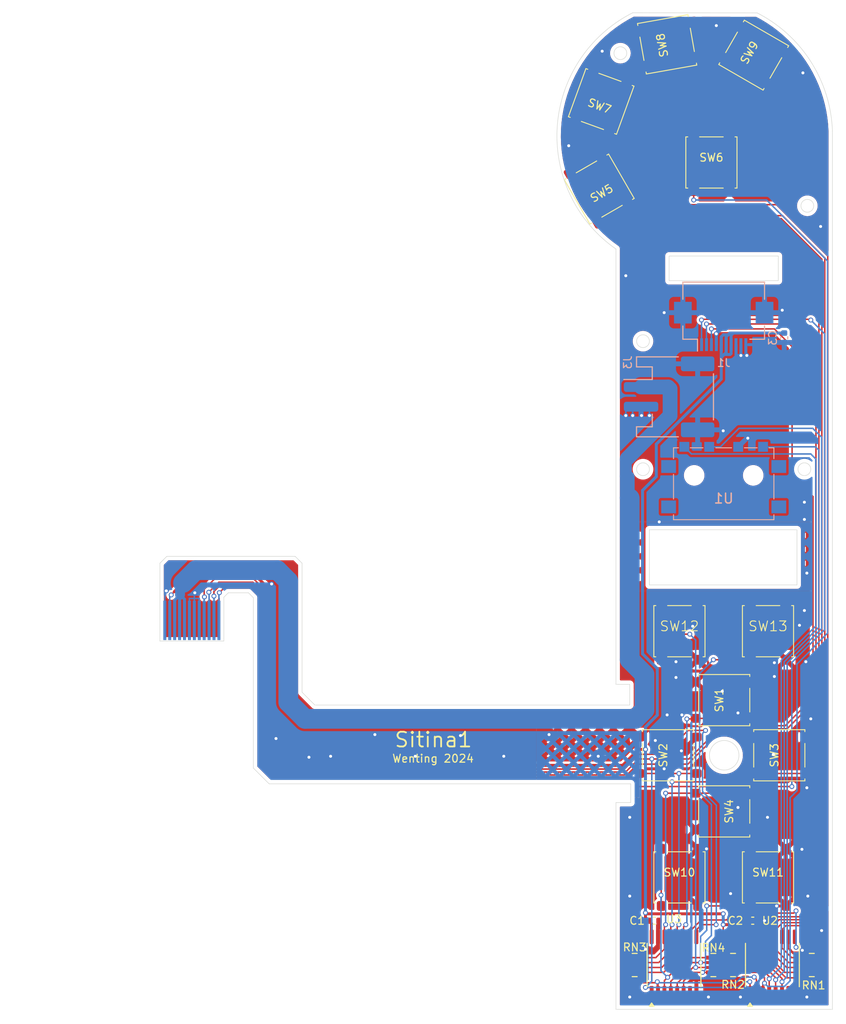
<source format=kicad_pcb>
(kicad_pcb (version 20240108) (generator "pcbnew") (generator_version "8.0")
  (title_block (title "Sitina 1 Grip Flex") (date "2024-08-04") (rev "R0.11") (company "Copyright 2024 Wenting Zhang"))
  (layers (0 "F.Cu" signal) (31 "B.Cu" signal) (34 "B.Paste" user) (35 "F.Paste" user) (36 "B.SilkS" user "B.Silkscreen") (37 "F.SilkS" user "F.Silkscreen") (38 "B.Mask" user) (39 "F.Mask" user) (44 "Edge.Cuts" user))
  (net 0 "")
  (net 1 "+3V3")
  (net 2 "GND")
  (net 3 "SPI_CS")
  (net 4 "SPI_SCLK")
  (net 5 "SPI_MOSI")
  (net 6 "SPI_MISO")
  (net 7 "+BATT")
  (net 8 "/KEYMODE")
  (net 9 "/KEYAF")
  (net 10 "/KEYALT")
  (net 11 "/KEYISO")
  (net 12 "/ENCB")
  (net 13 "/ENCA")
  (net 14 "/KEYSHTR")
  (net 15 "/ENCS")
  (net 16 "/KEYUP")
  (net 17 "/KEYLEFT")
  (net 18 "/KEYRIGHT")
  (net 19 "/KEYDOWN")
  (net 21 "Net-(U2-Q7)")
  (net 22 "/KEYPB")
  (net 24 "/KEYFN6")
  (net 25 "/KEYFN5")
  (net 26 "/KEYMENU")
  (footprint "Capacitor_SMD:C_0402_1005Metric" (layer "F.Cu") (at 155.5 154.5)
    (property "Reference" "C1")
    (property "Value" "100nF")
  )
  (footprint "footprints:HX-TS5208A" (layer "F.Cu") (at 150.1 71.3 160)
    (property "Reference" "SW7")
    (property "Value" "~")
  )
  (footprint "Capacitor_SMD:C_0402_1005Metric" (layer "F.Cu") (at 165.5 154.5)
    (property "Reference" "C2")
    (property "Value" "100nF")
  )
  (footprint "footprints:HX-TS5208A" (layer "F.Cu") (at 156.8 65.5 100)
    (property "Reference" "SW8")
    (property "Value" "~")
  )
  (footprint "footprints:HX-TS5208A" (layer "F.Cu") (at 167.05 125.1)
    (property "Reference" "SW13")
    (property "Value" "~")
  )
  (footprint "footprints:HX-TS5208A" (layer "F.Cu") (at 167.05 150.1)
    (property "Reference" "SW11")
    (property "Value" "~")
  )
  (footprint "Resistor_SMD:R_Array_Convex_4x0402" (layer "F.Cu") (at 161.5 159)
    (property "Reference" "RN4")
    (property "Value" "10K")
  )
  (footprint "footprints:HX-TS5208A" (layer "F.Cu") (at 158.05 150.1)
    (property "Reference" "SW10")
    (property "Value" "~")
  )
  (footprint "Resistor_SMD:R_Array_Convex_4x0402" (layer "F.Cu") (at 163.5 159 180)
    (property "Reference" "RN2")
    (property "Value" "10K")
  )
  (footprint "footprints:HX-TS5208A" (layer "F.Cu") (at 158.05 125.1)
    (property "Reference" "SW12")
    (property "Value" "~")
  )
  (footprint "Resistor_SMD:R_Array_Convex_4x0402" (layer "F.Cu") (at 153.5 159 180)
    (property "Reference" "RN3")
    (property "Value" "10K")
  )
  (footprint "Resistor_SMD:R_Array_Convex_4x0402" (layer "F.Cu") (at 171.5 159)
    (property "Reference" "RN1")
    (property "Value" "10K")
  )
  (footprint "footprints:HX-TS5208A" (layer "F.Cu") (at 156.9 137.7 90)
    (property "Reference" "SW2")
    (property "Value" "~")
  )
  (footprint "footprints:HX-TS5208A" (layer "F.Cu") (at 161.3 77.5)
    (property "Reference" "SW6")
    (property "Value" "~")
  )
  (footprint "footprints:HX-TS5208A" (layer "F.Cu") (at 162.6 132.1 90)
    (property "Reference" "SW1")
    (property "Value" "~")
  )
  (footprint "Package_SO:TSSOP-16_4.4x5mm_P0.65mm" (layer "F.Cu") (at 167.5 159 90)
    (property "Reference" "U2")
    (property "Value" "74HC165")
  )
  (footprint "footprints:HX-TS5208A" (layer "F.Cu") (at 149.9 80.2 -150)
    (property "Reference" "SW5")
    (property "Value" "~")
  )
  (footprint "footprints:HX-TS5208A" (layer "F.Cu") (at 162.6 143.4 -90)
    (property "Reference" "SW4")
    (property "Value" "~")
  )
  (footprint "footprints:HX-TS5208A" (layer "F.Cu") (at 168.2 137.7 90)
    (property "Reference" "SW3")
    (property "Value" "~")
  )
  (footprint "Package_SO:TSSOP-16_4.4x5mm_P0.65mm" (layer "F.Cu") (at 157.5 159 90)
    (property "Reference" "U3")
    (property "Value" "74HC165")
  )
  (footprint "footprints:HX-TS5208A" (layer "F.Cu") (at 165.6 66.6 60)
    (property "Reference" "SW9")
    (property "Value" "~")
  )
  (footprint "footprints:FPC_12" (layer "B.Cu") (at 108.5 124 180)
    (property "Reference" "J2" (hide yes))
    (property "Value" "Conn_01x12")
  )
  (footprint "Capacitor_SMD:C_0402_1005Metric" (layer "B.Cu") (at 168.7 95.3 -90)
    (property "Reference" "C3")
    (property "Value" "100nF")
  )
  (footprint "Connector_JST:JST_PH_S2B-PH-SM4-TB_1x02-1MP_P2.00mm_Horizontal" (layer "B.Cu") (at 157 101.3 -90)
    (property "Reference" "J3")
    (property "Value" "Conn_01x02_MountingPin")
  )
  (footprint "Connector_FFC-FPC:Hirose_FH12-10S-0.5SH_1x10-1MP_P0.50mm_Horizontal" (layer "B.Cu") (at 162.55 94.15)
    (property "Reference" "J1")
    (property "Value" "Conn_01x10_MountingPin")
  )
  (footprint "footprints:SIQ-02FVS3_L" (layer "B.Cu") (at 162.55 113.775)
    (property "Reference" "U1")
    (property "Value" "~")
  )
  (gr_line (start 155 114.8) (end 155 120.4) (stroke (width 0.05)) (layer "Edge.Cuts"))
  (gr_line (start 153.1 142.5) (end 153.1 140.6) (stroke (width 0.05)) (layer "Edge.Cuts"))
  (gr_circle (center 170.75 108.65) (end 171.4 108.65) (stroke (width 0.05)) (fill none) (layer "Edge.Cuts"))
  (gr_line (start 114.75 139) (end 116.35 140.6) (stroke (width 0.05)) (layer "Edge.Cuts"))
  (gr_line (start 151.6 163.5) (end 151.6 142.5) (stroke (width 0.05)) (layer "Edge.Cuts"))
  (gr_rect (start 157 87) (end 168.1 89.5) (stroke (width 0.05)) (fill none) (layer "Edge.Cuts"))
  (gr_line (start 105.25 126.1) (end 105.25 118.2) (stroke (width 0.05)) (layer "Edge.Cuts"))
  (gr_line (start 114.75 121.7) (end 114.75 139) (stroke (width 0.05)) (layer "Edge.Cuts"))
  (gr_line (start 105.95 117.5) (end 119 117.5) (stroke (width 0.05)) (layer "Edge.Cuts"))
  (gr_line (start 116.35 140.6) (end 153.1 140.6) (stroke (width 0.05)) (layer "Edge.Cuts"))
  (gr_arc (start 151.6 86.287948) (mid 145.635964 73.810736) (end 153.29947 62.298949) (stroke (width 0.05)) (layer "Edge.Cuts"))
  (gr_line (start 121 132.6) (end 153 132.6) (stroke (width 0.05)) (layer "Edge.Cuts"))
  (gr_line (start 111.75 121.65) (end 112.2 121.2) (stroke (width 0.05)) (layer "Edge.Cuts"))
  (gr_line (start 151.6 142.5) (end 153.1 142.5) (stroke (width 0.05)) (layer "Edge.Cuts"))
  (gr_circle (center 162.6 137.7) (end 164.1 137.7) (stroke (width 0.05)) (fill none) (layer "Edge.Cuts"))
  (gr_line (start 114.25 121.2) (end 114.75 121.7) (stroke (width 0.05)) (layer "Edge.Cuts"))
  (gr_line (start 173.6 163.5) (end 173.6 74.3) (stroke (width 0.05)) (layer "Edge.Cuts"))
  (gr_line (start 153.29947 62.298949) (end 165.945327 62.309198) (stroke (width 0.05)) (layer "Edge.Cuts"))
  (gr_line (start 153 132.6) (end 153 130.5) (stroke (width 0.05)) (layer "Edge.Cuts"))
  (gr_circle (center 154.35 95.65) (end 155 95.65) (stroke (width 0.05)) (fill none) (layer "Edge.Cuts"))
  (gr_line (start 173.6 163.5) (end 151.6 163.5) (stroke (width 0.05)) (layer "Edge.Cuts"))
  (gr_line (start 105.25 118.2) (end 105.95 117.5) (stroke (width 0.05)) (layer "Edge.Cuts"))
  (gr_line (start 112.2 121.2) (end 114.25 121.2) (stroke (width 0.05)) (layer "Edge.Cuts"))
  (gr_arc (start 165.945327 62.309198) (mid 171.407886 67.260708) (end 173.599999 74.3) (stroke (width 0.05)) (layer "Edge.Cuts"))
  (gr_line (start 153 130.5) (end 151.6 130.5) (stroke (width 0.05)) (layer "Edge.Cuts"))
  (gr_circle (center 171.05 81.9) (end 171.7 81.9) (stroke (width 0.05)) (fill none) (layer "Edge.Cuts"))
  (gr_circle (center 152.05 66.4) (end 152.7 66.4) (stroke (width 0.05)) (fill none) (layer "Edge.Cuts"))
  (gr_circle (center 154.35 108.65) (end 155 108.65) (stroke (width 0.05)) (fill none) (layer "Edge.Cuts"))
  (gr_line (start 119 117.5) (end 119.7 118.2) (stroke (width 0.05)) (layer "Edge.Cuts"))
  (gr_line (start 155 120.4) (end 170 120.4) (stroke (width 0.05)) (layer "Edge.Cuts"))
  (gr_line (start 111.75 121.65) (end 111.75 126.1) (stroke (width 0.05)) (layer "Edge.Cuts"))
  (gr_line (start 111.75 126.1) (end 105.25 126.1) (stroke (width 0.05)) (layer "Edge.Cuts"))
  (gr_line (start 151.6 130.5) (end 151.6 86.287948) (stroke (width 0.05)) (layer "Edge.Cuts"))
  (gr_line (start 170 120.4) (end 170 114.8) (stroke (width 0.05)) (layer "Edge.Cuts"))
  (gr_line (start 119.7 131.3) (end 121 132.6) (stroke (width 0.05)) (layer "Edge.Cuts"))
  (gr_line (start 170 114.8) (end 155 114.8) (stroke (width 0.05)) (layer "Edge.Cuts"))
  (gr_line (start 119.7 118.2) (end 119.7 131.3) (stroke (width 0.05)) (layer "Edge.Cuts"))
  (gr_text "Sitina1" (at 129 137 0) (layer "F.SilkS") (effects (font (size 1.5 1.5) (thickness 0.18)) (justify left bottom)))
  (gr_text "Wenting 2024" (at 128.8 138.5 0) (layer "F.SilkS") (effects (font (size 0.8 0.8) (thickness 0.12)) (justify left bottom)))
  (segment (start 153 159.25) (end 153.5 159.25) (width 0.15) (layer "F.Cu") (net 1))
  (segment (start 116.5 138.275126) (end 116.949874 138.725) (width 0.3) (layer "F.Cu") (net 1))
  (segment (start 154.6 154.18) (end 154.1 154.68) (width 0.3) (layer "F.Cu") (net 1))
  (segment (start 165.225 154.705) (end 165.02 154.5) (width 0.3) (layer "F.Cu") (net 1))
  (segment (start 114.974874 119.45) (end 116.5 120.975126) (width 0.3) (layer "F.Cu") (net 1))
  (segment (start 106.400127 121.415177) (end 106.7 121.115304) (width 0.15) (layer "F.Cu") (net 1))
  (segment (start 153.5 159.25) (end 153.5 159.75) (width 0.15) (layer "F.Cu") (net 1))
  (segment (start 163 159.25) (end 162 159.25) (width 0.15) (layer "F.Cu") (net 1))
  (segment (start 153.5 158.75) (end 153.5 159.25) (width 0.15) (layer "F.Cu") (net 1))
  (segment (start 165.225 157.425) (end 165.225 156.1375) (width 0.15) (layer "F.Cu") (net 1))
  (segment (start 172 158.75) (end 171.5 158.75) (width 0.15) (layer "F.Cu") (net 1))
  (segment (start 165.6 157.8) (end 165.225 157.425) (width 0.15) (layer "F.Cu") (net 1))
  (segment (start 152.275 138.725) (end 153.9 137.1) (width 0.3) (layer "F.Cu") (net 1))
  (segment (start 163 159.75) (end 162 159.75) (width 0.15) (layer "F.Cu") (net 1))
  (segment (start 154.7 153.8) (end 162.5 153.8) (width 0.3) (layer "F.Cu") (net 1))
  (segment (start 116.5 120.975126) (end 116.5 138.275126) (width 0.3) (layer "F.Cu") (net 1))
  (segment (start 153.5 157.3) (end 153.5 157.45) (width 0.3) (layer "F.Cu") (net 1))
  (segment (start 171.5 159.75) (end 171.5 159.3) (width 0.15) (layer "F.Cu") (net 1))
  (segment (start 153.5 157.6) (end 153.5 157.75) (width 0.15) (layer "F.Cu") (net 1))
  (segment (start 164.62 154.9) (end 165.02 154.5) (width 0.3) (layer "F.Cu") (net 1))
  (segment (start 154.6 153.7) (end 154.7 153.8) (width 0.3) (layer "F.Cu") (net 1))
  (segment (start 171.5 158.75) (end 171.5 158.25) (width 0.15) (layer "F.Cu") (net 1))
  (segment (start 171.55 159.25) (end 171.5 159.3) (width 0.15) (layer "F.Cu") (net 1))
  (segment (start 172 159.75) (end 171.5 159.75) (width 0.15) (layer "F.Cu") (net 1))
  (segment (start 154.6 153.7) (end 154.6 154.18) (width 0.3) (layer "F.Cu") (net 1))
  (segment (start 155.02 154.6) (end 155.2 154.78) (width 0.3) (layer "F.Cu") (net 1))
  (segment (start 153 158.25) (end 153.5 158.25) (width 0.15) (layer "F.Cu") (net 1))
  (segment (start 165.225 156.1375) (end 165.225 154.705) (width 0.3) (layer "F.Cu") (net 1))
  (segment (start 108.35 119.45) (end 114.974874 119.45) (width 0.3) (layer "F.Cu") (net 1))
  (segment (start 106.7 121.1) (end 108.35 119.45) (width 0.3) (layer "F.Cu") (net 1))
  (segment (start 163 158.75) (end 162 158.75) (width 0.15) (layer "F.Cu") (net 1))
  (segment (start 162.5 154.9) (end 162.5 159.75) (width 0.15) (layer "F.Cu") (net 1))
  (segment (start 171.3 160.3) (end 171.5 160.1) (width 0.15) (layer "F.Cu") (net 1))
  (segment (start 171.5 160.1) (end 171.5 159.75) (width 0.15) (layer "F.Cu") (net 1))
  (segment (start 172 158.25) (end 171.5 158.25) (width 0.15) (layer "F.Cu") (net 1))
  (segment (start 153.9 137.1) (end 154.6 137.1) (width 0.3) (layer "F.Cu") (net 1))
  (segment (start 153.5 157.75) (end 153.5 157.3) (width 0.15) (layer "F.Cu") (net 1))
  (segment (start 155.2 156.275) (end 155.225 156.3) (width 0.3) (layer "F.Cu") (net 1))
  (segment (start 155.2 154.78) (end 155.2 156.275) (width 0.3) (layer "F.Cu") (net 1))
  (segment (start 172 159.25) (end 171.55 159.25) (width 0.15) (layer "F.Cu") (net 1))
  (segment (start 163 158.25) (end 162 158.25) (width 0.15) (layer "F.Cu") (net 1))
  (segment (start 171.15 160.3) (end 168.875736 160.3) (width 0.15) (layer "F.Cu") (net 1))
  (segment (start 153.5 157.3) (end 153.575 157.225) (width 0.15) (layer "F.Cu") (net 1))
  (segment (start 153.5 158.25) (end 153.5 158.75) (width 0.15) (layer "F.Cu") (net 1))
  (segment (start 116.949874 138.725) (end 152.275 138.725) (width 0.3) (layer "F.Cu") (net 1))
  (segment (start 168.875736 160.3) (end 166.375736 157.8) (width 0.15) (layer "F.Cu") (net 1))
  (segment (start 166.375736 157.8) (end 165.6 157.8) (width 0.15) (layer "F.Cu") (net 1))
  (segment (start 171.15 160.3) (end 171.3 160.3) (width 0.15) (layer "F.Cu") (net 1))
  (segment (start 162.5 154.9) (end 164.62 154.9) (width 0.3) (layer "F.Cu") (net 1))
  (segment (start 154.1 156.7) (end 153.575 157.225) (width 0.3) (layer "F.Cu") (net 1))
  (segment (start 106.7 121.115304) (end 106.7 121.1) (width 0.15) (layer "F.Cu") (net 1))
  (segment (start 153.5 159.75) (end 153 159.75) (width 0.15) (layer "F.Cu") (net 1))
  (segment (start 154.6 154.18) (end 155.02 154.6) (width 0.3) (layer "F.Cu") (net 1))
  (segment (start 171.5 159.3) (end 171.5 158.75) (width 0.15) (layer "F.Cu") (net 1))
  (segment (start 153 158.75) (end 153.5 158.75) (width 0.15) (layer "F.Cu") (net 1))
  (segment (start 153.5 157.75) (end 153.5 158.25) (width 0.15) (layer "F.Cu") (net 1))
  (segment (start 154.1 154.68) (end 154.1 156.7) (width 0.3) (layer "F.Cu") (net 1))
  (via (at 154.6 153.7) (size 0.5) (drill 0.3) (layers "F.Cu" "B.Cu") (net 1))
  (via (at 106.400127 121.415177) (size 0.5) (drill 0.3) (layers "F.Cu" "B.Cu") (net 1))
  (via (at 162.5 154.9) (size 0.5) (drill 0.3) (layers "F.Cu" "B.Cu") (net 1))
  (via (at 162.5 153.8) (size 0.5) (drill 0.3) (layers "F.Cu" "B.Cu") (net 1))
  (via (at 154.6 137.1) (size 0.5) (drill 0.3) (layers "F.Cu" "B.Cu") (net 1))
  (segment (start 163.53 94.82) (end 164 94.82) (width 0.3) (layer "B.Cu") (net 1))
  (segment (start 162.8 95.2) (end 162.8 96) (width 0.3) (layer "B.Cu") (net 1))
  (segment (start 162.8 96) (end 162.8 96.8) (width 0.3) (layer "B.Cu") (net 1))
  (segment (start 155.8 128.9) (end 154.3 127.4) (width 0.3) (layer "B.Cu") (net 1))
  (segment (start 154.3 110.8) (end 155.7 109.4) (width 0.3) (layer "B.Cu") (net 1))
  (segment (start 106.25 124) (end 106.25 121.565304) (width 0.15) (layer "B.Cu") (net 1))
  (segment (start 154.6 137.1) (end 154.6 134.818377) (width 0.3) (layer "B.Cu") (net 1))
  (segment (start 155.8 133.618377) (end 155.8 128.9) (width 0.3) (layer "B.Cu") (net 1))
  (segment (start 154.6 134.818377) (end 155.8 133.618377) (width 0.3) (layer "B.Cu") (net 1))
  (segment (start 154.3 127.4) (end 154.3 110.8) (width 0.3) (layer "B.Cu") (net 1))
  (segment (start 163.3 96) (end 163.3 95.05) (width 0.3) (layer "B.Cu") (net 1))
  (segment (start 163.18 94.82) (end 162.8 95.2) (width 0.3) (layer "B.Cu") (net 1))
  (segment (start 106.25 121.565304) (end 106.400127 121.415177) (width 0.15) (layer "B.Cu") (net 1))
  (segment (start 162.6 97) (end 162.3 97.3) (width 0.3) (layer "B.Cu") (net 1))
  (segment (start 162.5 153.8) (end 162.5 154.9) (width 0.3) (layer "B.Cu") (net 1))
  (segment (start 164 94.82) (end 163.18 94.82) (width 0.3) (layer "B.Cu") (net 1))
  (segment (start 162.3 99.5) (end 162.3 97.3) (width 0.3) (layer "B.Cu") (net 1))
  (segment (start 155.7 109.4) (end 155.7 106.1) (width 0.3) (layer "B.Cu") (net 1))
  (segment (start 163.3 96.9) (end 163.2 97) (width 0.3) (layer "B.Cu") (net 1))
  (segment (start 154.6 137.1) (end 154.6 153.7) (width 0.3) (layer "B.Cu") (net 1))
  (segment (start 155.7 106.1) (end 162.3 99.5) (width 0.3) (layer "B.Cu") (net 1))
  (segment (start 162.5 95) (end 163 95) (width 0.3) (layer "B.Cu") (net 1))
  (segment (start 168.7 94.82) (end 164 94.82) (width 0.3) (layer "B.Cu") (net 1))
  (segment (start 163 95) (end 163.18 94.82) (width 0.3) (layer "B.Cu") (net 1))
  (segment (start 162.3 95.2) (end 162.5 95) (width 0.3) (layer "B.Cu") (net 1))
  (segment (start 162.8 96.8) (end 162.6 97) (width 0.3) (layer "B.Cu") (net 1))
  (segment (start 163.3 95.05) (end 163.53 94.82) (width 0.3) (layer "B.Cu") (net 1))
  (segment (start 163.3 96) (end 163.3 96.9) (width 0.3) (layer "B.Cu") (net 1))
  (segment (start 162.3 96) (end 162.3 95.2) (width 0.3) (layer "B.Cu") (net 1))
  (segment (start 162.3 97.3) (end 162.3 96) (width 0.3) (layer "B.Cu") (net 1))
  (segment (start 163.2 97) (end 162.6 97) (width 0.3) (layer "B.Cu") (net 1))
  (segment (start 165.875 154.605) (end 165.98 154.5) (width 0.3) (layer "F.Cu") (net 2))
  (segment (start 159.7 145.25) (end 165.5 145.25) (width 0.3) (layer "F.Cu") (net 2))
  (segment (start 169.5 157.7) (end 170.348018 157.7) (width 0.15) (layer "F.Cu") (net 2))
  (segment (start 146.847853 78.613526) (end 147.5 79.265673) (width 0.15) (layer "F.Cu") (net 2))
  (segment (start 159.9 147.2) (end 159.9 153) (width 0.3) (layer "F.Cu") (net 2))
  (segment (start 106.225 118.975) (end 117.475 118.975) (width 0.15) (layer "F.Cu") (net 2))
  (segment (start 105.9 119.3) (end 106.225 118.975) (width 0.15) (layer "F.Cu") (net 2))
  (segment (start 169.125 157.325) (end 169.5 157.7) (width 0.15) (layer "F.Cu") (net 2))
  (segment (start 155.875 154.705) (end 155.98 154.6) (width 0.3) (layer "F.Cu") (net 2))
  (segment (start 155.875 156.955956) (end 155.430956 157.4) (width 0.3) (layer "F.Cu") (net 2))
  (segment (start 147.5 79.265673) (end 147.5 80) (width 0.15) (layer "F.Cu") (net 2))
  (segment (start 149.747853 82.247853) (end 149.747853 83.636474) (width 0.15) (layer "F.Cu") (net 2))
  (segment (start 105.9 121) (end 105.9 119.3) (width 0.15) (layer "F.Cu") (net 2))
  (segment (start 165.98 154.5) (end 166.7 154.5) (width 0.3) (layer "F.Cu") (net 2))
  (segment (start 147.5 80) (end 149.747853 82.247853) (width 0.15) (layer "F.Cu") (net 2))
  (segment (start 117.475 118.975) (end 118.1 119.6) (width 0.15) (layer "F.Cu") (net 2))
  (segment (start 155.875 156.3) (end 155.875 156.955956) (width 0.3) (layer "F.Cu") (net 2))
  (segment (start 155.430956 157.4) (end 154.6 157.4) (width 0.3) (layer "F.Cu") (net 2))
  (segment (start 159.9 147.2) (end 160.8 147.2) (width 0.3) (layer "F.Cu") (net 2))
  (segment (start 168.9 153) (end 168.9 147.2) (width 0.3) (layer "F.Cu") (net 2))
  (segment (start 170.348018 157.7) (end 170.541158 157.50686) (width 0.15) (layer "F.Cu") (net 2))
  (segment (start 168.9 153) (end 167.925 153) (width 0.3) (layer "F.Cu") (net 2))
  (segment (start 165.875 156.1375) (end 165.875 154.605) (width 0.3) (layer "F.Cu") (net 2))
  (segment (start 155.875 156.3) (end 155.875 154.705) (width 0.3) (layer "F.Cu") (net 2))
  (segment (start 169.125 156.1375) (end 169.125 157.325) (width 0.15) (layer "F.Cu") (net 2))
  (via (at 170.541158 157.50686) (size 0.5) (drill 0.3) (layers "F.Cu" "B.Cu") (net 2))
  (via (at 170.25 124.5) (size 0.5) (drill 0.3) (layers "F.Cu" "B.Cu") (net 2))
  (via (at 155 103.2) (size 0.5) (drill 0.3) (layers "F.Cu" "B.Cu") (net 2))
  (via (at 170.75 112) (size 0.5) (drill 0.3) (layers "F.Cu" "B.Cu") (net 2))
  (via (at 170.5 147.25) (size 0.5) (drill 0.3) (layers "F.Cu" "B.Cu") (net 2))
  (via (at 162.5 104.75) (size 0.5) (drill 0.3) (layers "F.Cu" "B.Cu") (net 2))
  (via (at 164 143) (size 0.5) (drill 0.3) (layers "F.Cu" "B.Cu") (net 2))
  (via (at 163.25 151.75) (size 0.5) (drill 0.3) (layers "F.Cu" "B.Cu") (net 2))
  (via (at 159.4 124.6) (size 0.5) (drill 0.3) (layers "F.Cu" "B.Cu") (net 2))
  (via (at 167.925 153) (size 0.5) (drill 0.3) (layers "F.Cu" "B.Cu") (net 2))
  (via (at 167.6 137.6) (size 0.5) (drill 0.3) (layers "F.Cu" "B.Cu") (net 2))
  (via (at 161.8 94.9) (size 0.5) (drill 0.3) (layers "F.Cu" "B.Cu") (net 2))
  (via (at 164.3 97.1) (size 0.5) (drill 0.3) (layers "F.Cu" "B.Cu") (net 2))
  (via (at 149.8 137.8) (size 0.5) (drill 0.3) (layers "F.Cu" "B.Cu") (net 2))
  (via (at 167 144) (size 0.5) (drill 0.3) (layers "F.Cu" "B.Cu") (net 2))
  (via (at 165 105.5) (size 0.5) (drill 0.3) (layers "F.Cu" "B.Cu") (net 2))
  (via (at 131.2 137.8) (size 0.5) (drill 0.3) (layers "F.Cu" "B.Cu") (net 2))
  (via (at 158.3 133.6) (size 0.5) (drill 0.3) (layers "F.Cu" "B.Cu") (net 2))
  (via (at 152.6 89) (size 0.5) (drill 0.3) (layers "F.Cu" "B.Cu") (net 2))
  (via (at 117.05 136) (size 0.5) (drill 0.3) (layers "F.Cu" "B.Cu") (net 2))
  (via (at 171.1 152) (size 0.5) (drill 0.3) (layers "F.Cu" "B.Cu") (net 2))
  (via (at 120.4 137.9) (size 0.5) (drill 0.3) (layers "F.Cu" "B.Cu") (net 2))
  (via (at 156.8 133.6) (size 0.5) (drill 0.3) (layers "F.Cu" "B.Cu") (net 2))
  (via (at 127.1 135.6) (size 0.5) (drill 0.3) (layers "F.Cu" "B.Cu") (net 2))
  (via (at 170.75 123) (size 0.5) (drill 0.3) (layers "F.Cu" "B.Cu") (net 2))
  (via (at 161.8 63.6) (size 0.5) (drill 0.3) (layers "F.Cu" "B.Cu") (net 2))
  (via (at 122.6 137.8) (size 0.5) (drill 0.3) (layers "F.Cu" "B.Cu") (net 2))
  (via (at 116.602691 120.299999) (size 0.5) (drill 0.3) (layers "F.Cu" "B.Cu") (net 2))
  (via (at 171 141) (size 0.5) (drill 0.3) (layers "F.Cu" "B.Cu") (net 2))
  (via (at 146.8 75.8) (size 0.5) (drill 0.3) (layers "F.Cu" "B.Cu") (net 2))
  (via (at 170.9 128.2) (size 0.5) (drill 0.3) (layers "F.Cu" "B.Cu") (net 2))
  (via (at 167.7 128.3) (size 0.5) (drill 0.3) (layers "F.Cu" "B.Cu") (net 2))
  (via (at 153 144) (size 0.5) (drill 0.3) (layers "F.Cu" "B.Cu") (net 2))
  (via (at 171.4 134) (size 0.5) (drill 0.3) (layers "F.Cu" "B.Cu") (net 2))
  (via (at 154.2 103.2) (size 0.5) (drill 0.3) (layers "F.Cu" "B.Cu") (net 2))
  (via (at 171 119.2) (size 0.5) (drill 0.3) (layers "F.Cu" "B.Cu") (net 2))
  (via (at 157.7 128.2) (size 0.5) (drill 0.3) (layers "F.Cu" "B.Cu") (net 2))
  (via (at 155.6 136.2) (size 0.5) (drill 0.3) (layers "F.Cu" "B.Cu") (net 2))
  (via (at 164.9 97.1) (size 0.5) (drill 0.3) (layers "F.Cu" "B.Cu") (net 2))
  (via (at 140.2 137.8) (size 0.5) (drill 0.3) (layers "F.Cu" "B.Cu") (net 2))
  (via (at 144.8 135.6) (size 0.5) (drill 0.3) (layers "F.Cu" "B.Cu") (net 2))
  (via (at 156.5 139.075) (size 0.5) (drill 0.3) (layers "F.Cu" "B.Cu") (net 2))
  (via (at 153.3 103.2) (size 0.5) (drill 0.3) (layers "F.Cu" "B.Cu") (net 2))
  (via (at 166.7 154.5) (size 0.5) (drill 0.3) (layers "F.Cu" "B.Cu") (net 2))
  (via (at 154.6 157.4) (size 0.5) (drill 0.3) (layers "F.Cu" "B.Cu") (net 2))
  (via (at 135.8 135.7) (size 0.5) (drill 0.3) (layers "F.Cu" "B.Cu") (net 2))
  (via (at 153 152) (size 0.5) (drill 0.3) (layers "F.Cu" "B.Cu") (net 2))
  (via (at 108.8 121.2) (size 0.5) (drill 0.3) (layers "F.Cu" "B.Cu") (net 2))
  (via (at 168.5 92.5) (size 0.5) (drill 0.3) (layers "F.Cu" "B.Cu") (net 2))
  (via (at 150.2 66.2) (size 0.5) (drill 0.3) (layers "F.Cu" "B.Cu") (net 2))
  (via (at 160.8 147.2) (size 0.5) (drill 0.3) (layers "F.Cu" "B.Cu") (net 2))
  (via (at 105.9 121) (size 0.5) (drill 0.3) (layers "F.Cu" "B.Cu") (net 2))
  (via (at 164.25 162.25) (size 0.5) (drill 0.3) (layers "F.Cu" "B.Cu") (net 2))
  (via (at 156.5 92.75) (size 0.5) (drill 0.3) (layers "F.Cu" "B.Cu") (net 2))
  (via (at 171 162.25) (size 0.5) (drill 0.3) (layers "F.Cu" "B.Cu") (net 2))
  (via (at 170.75 113.75) (size 0.5) (drill 0.3) (layers "F.Cu" "B.Cu") (net 2))
  (via (at 170.6 68.4) (size 0.5) (drill 0.3) (layers "F.Cu" "B.Cu") (net 2))
  (via (at 172.5 155.5) (size 0.5) (drill 0.3) (layers "F.Cu" "B.Cu") (net 2))
  (via (at 152.6 103.2) (size 0.5) (drill 0.3) (layers "F.Cu" "B.Cu") (net 2))
  (via (at 161 162.25) (size 0.5) (drill 0.3) (layers "F.Cu" "B.Cu") (net 2))
  (via (at 153 162.25) (size 0.5) (drill 0.3) (layers "F.Cu" "B.Cu") (net 2))
  (via (at 156 114) (size 0.5) (drill 0.3) (layers "F.Cu" "B.Cu") (net 2))
  (via (at 157.7 129.8) (size 0.5) (drill 0.3) (layers "F.Cu" "B.Cu") (net 2))
  (via (at 167.7 129.7) (size 0.5) (drill 0.3) (layers "F.Cu" "B.Cu") (net 2))
  (via (at 164 133.4) (size 0.5) (drill 0.3) (layers "F.Cu" "B.Cu") (net 2))
  (via (at 158.25 137.25) (size 0.5) (drill 0.3) (layers "F.Cu" "B.Cu") (net 2))
  (via (at 162.4 131.2) (size 0.5) (drill 0.3) (layers "F.Cu" "B.Cu") (net 2))
  (via (at 172.4 84) (size 0.5) (drill 0.3) (layers "F.Cu" "B.Cu") (net 2))
  (segment (start 108.25 121.773) (end 108.252 121.775) (width 0.15) (layer "B.Cu") (net 2))
  (segment (start 164.8 96) (end 164.8 97) (width 0.3) (layer "B.Cu") (net 2))
  (segment (start 154.15 102.3) (end 154.15 103.15) (width 0.15) (layer "B.Cu") (net 2))
  (segment (start 105.75 121.15) (end 105.75 124) (width 0.15) (layer "B.Cu") (net 2))
  (segment (start 164.3 97.1) (end 164.9 97.1) (width 0.3) (layer "B.Cu") (net 2))
  (segment (start 105.9 121) (end 105.75 121.15) (width 0.15) (layer "B.Cu") (net 2))
  (segment (start 154.15 102.3) (end 154.8 102.3) (width 0.15) (layer "B.Cu") (net 2))
  (segment (start 108.252 121.775) (end 108.75 121.775) (width 0.15) (layer "B.Cu") (net 2))
  (segment (start 108.75 124) (end 108.75 121.775) (width 0.15) (layer "B.Cu") (net 2))
  (segment (start 154.15 103.15) (end 154.2 103.2) (width 0.15) (layer "B.Cu") (net 2))
  (segment (start 108.75 121.775) (end 108.75 121.25) (width 0.15) (layer "B.Cu") (net 2))
  (segment (start 153.1 102.3) (end 152.8 102.6) (width 0.15) (layer "B.Cu") (net 2))
  (segment (start 164.8 97) (end 164.9 97.1) (width 0.3) (layer "B.Cu") (net 2))
  (segment (start 108.75 121.25) (end 108.8 121.2) (width 0.15) (layer "B.Cu") (net 2))
  (segment (start 152.6 102.8) (end 152.6 103.2) (width 0.15) (layer "B.Cu") (net 2))
  (segment (start 109.25 121.775) (end 108.75 121.775) (width 0.15) (layer "B.Cu") (net 2))
  (segment (start 108.25 124) (end 108.25 121.773) (width 0.15) (layer "B.Cu") (net 2))
  (segment (start 153.3 103.2) (end 153.3 102.5) (width 0.15) (layer "B.Cu") (net 2))
  (segment (start 109.25 124) (end 109.25 121.85) (width 0.15) (layer "B.Cu") (net 2))
  (segment (start 154.8 102.3) (end 155 102.5) (width 0.15) (layer "B.Cu") (net 2))
  (segment (start 153.5 102.3) (end 153.4 102.4) (width 0.15) (layer "B.Cu") (net 2))
  (segment (start 164.3 96) (end 164.3 97.1) (width 0.3) (layer "B.Cu") (net 2))
  (segment (start 155 102.5) (end 155 103.2) (width 0.15) (layer "B.Cu") (net 2))
  (segment (start 154.15 102.3) (end 153.1 102.3) (width 0.15) (layer "B.Cu") (net 2))
  (segment (start 154.15 102.3) (end 153.5 102.3) (width 0.15) (layer "B.Cu") (net 2))
  (segment (start 153.3 102.5) (end 153.5 102.3) (width 0.15) (layer "B.Cu") (net 2))
  (segment (start 163.9 97.1) (end 164.3 97.1) (width 0.3) (layer "B.Cu") (net 2))
  (segment (start 163.8 96) (end 163.8 97) (width 0.3) (layer "B.Cu") (net 2))
  (segment (start 109.25 121.85) (end 109.25 121.775) (width 0.15) (layer "B.Cu") (net 2))
  (segment (start 153.1 102.3) (end 152.6 102.8) (width 0.15) (layer "B.Cu") (net 2))
  (segment (start 109.25 121.85) (end 109.25 121.775) (width 0.15) (layer "B.Cu") (net 2))
  (segment (start 161.8 96) (end 161.8 94.9) (width 0.3) (layer "B.Cu") (net 2))
  (segment (start 163.8 97) (end 163.9 97.1) (width 0.3) (layer "B.Cu") (net 2))
  (segment (start 114.69528 120.125) (end 115.825 121.25472) (width 0.15) (layer "F.Cu") (net 3))
  (segment (start 115.825 121.25472) (end 115.825 138.55472) (width 0.15) (layer "F.Cu") (net 3))
  (segment (start 162.381124 134.7) (end 168.8 134.7) (width 0.15) (layer "F.Cu") (net 3))
  (segment (start 169.5 96.2) (end 167.7 94.4) (width 0.15) (layer "F.Cu") (net 3))
  (segment (start 165.225 160.725) (end 165.2 160.7) (width 0.15) (layer "F.Cu") (net 3))
  (segment (start 165.225 161.8625) (end 165.225 160.725) (width 0.15) (layer "F.Cu") (net 3))
  (segment (start 155.241772 138.076197) (end 159.004927 138.076197) (width 0.15) (layer "F.Cu") (net 3))
  (segment (start 171.625 111.425) (end 169.5 109.3) (width 0.15) (layer "F.Cu") (net 3))
  (segment (start 169.5 109.3) (end 169.5 96.2) (width 0.15) (layer "F.Cu") (net 3))
  (segment (start 154.6 161.275) (end 155.225 161.275) (width 0.15) (layer "F.Cu") (net 3))
  (segment (start 152.583106 139.4) (end 153.906909 138.076197) (width 0.15) (layer "F.Cu") (net 3))
  (segment (start 110.224624 121.1423) (end 111.241924 120.125) (width 0.15) (layer "F.Cu") (net 3))
  (segment (start 159.004927 138.076197) (end 162.381124 134.7) (width 0.15) (layer "F.Cu") (net 3))
  (segment (start 171.625 131.875) (end 171.625 111.425) (width 0.15) (layer "F.Cu") (net 3))
  (segment (start 111.241924 120.125) (end 114.69528 120.125) (width 0.15) (layer "F.Cu") (net 3))
  (segment (start 155.225 161.275) (end 155.225 162.025) (width 0.15) (layer "F.Cu") (net 3))
  (segment (start 167.7 94.4) (end 161.3 94.4) (width 0.15) (layer "F.Cu") (net 3))
  (segment (start 116.67028 139.4) (end 152.583106 139.4) (width 0.15) (layer "F.Cu") (net 3))
  (segment (start 153.906909 138.076197) (end 155.241772 138.076197) (width 0.15) (layer "F.Cu") (net 3))
  (segment (start 115.825 138.55472) (end 116.67028 139.4) (width 0.15) (layer "F.Cu") (net 3))
  (segment (start 168.8 134.7) (end 171.625 131.875) (width 0.15) (layer "F.Cu") (net 3))
  (via (at 155.241772 138.076197) (size 0.5) (drill 0.3) (layers "F.Cu" "B.Cu") (net 3))
  (via (at 154.6 161.275) (size 0.5) (drill 0.3) (layers "F.Cu" "B.Cu") (net 3))
  (via (at 161.3 94.4) (size 0.5) (drill 0.3) (layers "F.Cu" "B.Cu") (net 3))
  (via (at 165.2 160.7) (size 0.5) (drill 0.3) (layers "F.Cu" "B.Cu") (net 3))
  (via (at 110.224624 121.1423) (size 0.5) (drill 0.3) (layers "F.Cu" "B.Cu") (net 3))
  (segment (start 110.25 124) (end 110.25 121.167676) (width 0.15) (layer "B.Cu") (net 3))
  (segment (start 164.025 161.275) (end 154.6 161.275) (width 0.15) (layer "B.Cu") (net 3))
  (segment (start 161.3 94.4) (end 161.3 96) (width 0.15) (layer "B.Cu") (net 3))
  (segment (start 155.241772 138.076197) (end 155.241772 160.633228) (width 0.15) (layer "B.Cu") (net 3))
  (segment (start 164.6 160.7) (end 164.025 161.275) (width 0.15) (layer "B.Cu") (net 3))
  (segment (start 110.25 121.167676) (end 110.224624 121.1423) (width 0.15) (layer "B.Cu") (net 3))
  (segment (start 165.2 160.7) (end 164.6 160.7) (width 0.15) (layer "B.Cu") (net 3))
  (segment (start 155.241772 160.633228) (end 154.6 161.275) (width 0.15) (layer "B.Cu") (net 3))
  (segment (start 153.875 140.875) (end 169.2 140.875) (width 0.15) (layer "F.Cu") (net 4))
  (segment (start 155.8 161.95) (end 155.875 162.025) (width 0.15) (layer "F.Cu") (net 4))
  (segment (start 111.29038 121.19038) (end 111.75576 120.725) (width 0.15) (layer "F.Cu") (net 4))
  (segment (start 114.446752 120.725) (end 115.225 121.503248) (width 0.15) (layer "F.Cu") (net 4))
  (segment (start 153.7 140.514125) (end 153.7 140.7) (width 0.15) (layer "F.Cu") (net 4))
  (segment (start 171.4 93.5) (end 171.325 93.425) (width 0.15) (layer "F.Cu") (net 4))
  (segment (start 153.15 160.8) (end 155.875 160.8) (width 0.15) (layer "F.Cu") (net 4))
  (segment (start 115.225 138.803248) (end 116.421752 140) (width 0.15) (layer "F.Cu") (net 4))
  (segment (start 153.7 140.7) (end 153.7 156.5) (width 0.15) (layer "F.Cu") (net 4))
  (segment (start 169.2 140.875) (end 169.475 140.875) (width 0.15) (layer "F.Cu") (net 4))
  (segment (start 152.525 157.675) (end 152.525 160.175) (width 0.15) (layer "F.Cu") (net 4))
  (segment (start 155.8 160.7) (end 155.8 161.95) (width 0.15) (layer "F.Cu") (net 4))
  (segment (start 155.875 160.8) (end 155.875 162.025) (width 0.15) (layer "F.Cu") (net 4))
  (segment (start 165.643706 160.225) (end 165.875 160.456294) (width 0.15) (layer "F.Cu") (net 4))
  (segment (start 153.185875 140) (end 153.7 140.514125) (width 0.15) (layer "F.Cu") (net 4))
  (segment (start 152.525 160.175) (end 153.15 160.8) (width 0.15) (layer "F.Cu") (net 4))
  (segment (start 116.421752 140) (end 153.185875 140) (width 0.15) (layer "F.Cu") (net 4))
  (segment (start 171.325 93.425) (end 160.36138 93.425) (width 0.15) (layer "F.Cu") (net 4))
  (segment (start 115.225 121.503248) (end 115.225 138.803248) (width 0.15) (layer "F.Cu") (net 4))
  (segment (start 111.75576 120.725) (end 114.446752 120.725) (width 0.15) (layer "F.Cu") (net 4))
  (segment (start 153.7 140.7) (end 153.875 140.875) (width 0.15) (layer "F.Cu") (net 4))
  (segment (start 160.36138 93.425) (end 160.292433 93.493947) (width 0.15) (layer "F.Cu") (net 4))
  (segment (start 153.7 156.5) (end 152.525 157.675) (width 0.15) (layer "F.Cu") (net 4))
  (segment (start 165.875 160.456294) (end 165.875 161.8625) (width 0.15) (layer "F.Cu") (net 4))
  (via (at 171.4 93.5) (size 0.5) (drill 0.3) (layers "F.Cu" "B.Cu") (net 4))
  (via (at 160.292433 93.493947) (size 0.5) (drill 0.3) (layers "F.Cu" "B.Cu") (net 4))
  (via (at 169.475 140.875) (size 0.5) (drill 0.3) (layers "F.Cu" "B.Cu") (net 4))
  (via (at 155.8 160.7) (size 0.5) (drill 0.3) (layers "F.Cu" "B.Cu") (net 4))
  (via (at 165.643706 160.225) (size 0.5) (drill 0.3) (layers "F.Cu" "B.Cu") (net 4))
  (via (at 111.29038 121.19038) (size 0.5) (drill 0.3) (layers "F.Cu" "B.Cu") (net 4))
  (segment (start 172.8 124.952512) (end 172.8 123.1) (width 0.15) (layer "B.Cu") (net 4))
  (segment (start 155.9 160.8) (end 155.8 160.7) (width 0.15) (layer "B.Cu") (net 4))
  (segment (start 111.25 121.23076) (end 111.29038 121.19038) (width 0.15) (layer "B.Cu") (net 4))
  (segment (start 169.475 140.875) (end 169.475 128.277512) (width 0.15) (layer "B.Cu") (net 4))
  (segment (start 172.8 123.1) (end 172.8 96) (width 0.15) (layer "B.Cu") (net 4))
  (segment (start 111.25 124) (end 111.25 121.23076) (width 0.15) (layer "B.Cu") (net 4))
  (segment (start 160.3 93.501514) (end 160.3 96) (width 0.15) (layer "B.Cu") (net 4))
  (segment (start 170.876256 126.876256) (end 172.8 124.952512) (width 0.15) (layer "B.Cu") (net 4))
  (segment (start 172.8 96) (end 172.8 94.9) (width 0.15) (layer "B.Cu") (net 4))
  (segment (start 160.292433 93.493947) (end 160.3 93.501514) (width 0.15) (layer "B.Cu") (net 4))
  (segment (start 165.643706 160.225) (end 164.375 160.225) (width 0.15) (layer "B.Cu") (net 4))
  (segment (start 172.8 94.9) (end 171.4 93.5) (width 0.15) (layer "B.Cu") (net 4))
  (segment (start 163.8 160.8) (end 155.9 160.8) (width 0.15) (layer "B.Cu") (net 4))
  (segment (start 164.375 160.225) (end 163.8 160.8) (width 0.15) (layer "B.Cu") (net 4))
  (segment (start 169.475 128.277512) (end 170.876256 126.876256) (width 0.15) (layer "B.Cu") (net 4))
  (segment (start 170.632656 93.9) (end 171.925 95.192344) (width 0.15) (layer "F.Cu") (net 5))
  (segment (start 160.8 93.9) (end 170.632656 93.9) (width 0.15) (layer "F.Cu") (net 5))
  (segment (start 158.905388 138.6) (end 153.80737 138.6) (width 0.15) (layer "F.Cu") (net 5))
  (segment (start 171.925 132.075) (end 169 135) (width 0.15) (layer "F.Cu") (net 5))
  (segment (start 171.925 95.192344) (end 171.925 132.075) (width 0.15) (layer "F.Cu") (net 5))
  (segment (start 115.525 121.378984) (end 114.571016 120.425) (width 0.15) (layer "F.Cu") (net 5))
  (segment (start 152.70737 139.7) (end 116.546016 139.7) (width 0.15) (layer "F.Cu") (net 5))
  (segment (start 115.525 138.678984) (end 115.525 121.378984) (width 0.15) (layer "F.Cu") (net 5))
  (segment (start 114.571016 120.425) (end 111.384008 120.425) (width 0.15) (layer "F.Cu") (net 5))
  (segment (start 116.546016 139.7) (end 115.525 138.678984) (width 0.15) (layer "F.Cu") (net 5))
  (segment (start 162.505388 135) (end 158.905388 138.6) (width 0.15) (layer "F.Cu") (net 5))
  (segment (start 169 135) (end 162.505388 135) (width 0.15) (layer "F.Cu") (net 5))
  (segment (start 153.80737 138.6) (end 152.70737 139.7) (width 0.15) (layer "F.Cu") (net 5))
  (segment (start 111.384008 120.425) (end 110.740762 121.068246) (width 0.15) (layer "F.Cu") (net 5))
  (segment (start 110.740762 121.068246) (end 110.740762 121.537402) (width 0.15) (layer "F.Cu") (net 5))
  (via (at 110.740762 121.537402) (size 0.5) (drill 0.3) (layers "F.Cu" "B.Cu") (net 5))
  (via (at 160.8 93.9) (size 0.5) (drill 0.3) (layers "F.Cu" "B.Cu") (net 5))
  (segment (start 110.75 121.54664) (end 110.740762 121.537402) (width 0.15) (layer "B.Cu") (net 5))
  (segment (start 160.8 93.9) (end 160.8 96) (width 0.15) (layer "B.Cu") (net 5))
  (segment (start 110.75 124) (end 110.75 121.54664) (width 0.15) (layer "B.Cu") (net 5))
  (segment (start 116.125 138.430456) (end 116.125 121.130456) (width 0.15) (layer "F.Cu") (net 6))
  (segment (start 109.749624 120.850376) (end 109.749624 121.59344) (width 0.15) (layer "F.Cu") (net 6))
  (segment (start 156.5 137.6) (end 153.958842 137.6) (width 0.15) (layer "F.Cu") (net 6))
  (segment (start 160.7 135.175) (end 158.925 135.175) (width 0.15) (layer "F.Cu") (net 6))
  (segment (start 109.749624 121.59344) (end 109.775 121.618816) (width 0.15) (layer "F.Cu") (net 6))
  (segment (start 116.794544 139.1) (end 116.125 138.430456) (width 0.15) (layer "F.Cu") (net 6))
  (segment (start 152.458842 139.1) (end 116.794544 139.1) (width 0.15) (layer "F.Cu") (net 6))
  (segment (start 114.819544 119.825) (end 110.775 119.825) (width 0.15) (layer "F.Cu") (net 6))
  (segment (start 159.775 155.425) (end 159.775 156.3) (width 0.15) (layer "F.Cu") (net 6))
  (segment (start 158.925 135.175) (end 156.5 137.6) (width 0.15) (layer "F.Cu") (net 6))
  (segment (start 161.775 154.9) (end 160.3 154.9) (width 0.15) (layer "F.Cu") (net 6))
  (segment (start 153.958842 137.6) (end 152.458842 139.1) (width 0.15) (layer "F.Cu") (net 6))
  (segment (start 116.125 121.130456) (end 114.819544 119.825) (width 0.15) (layer "F.Cu") (net 6))
  (segment (start 110.775 119.825) (end 109.749624 120.850376) (width 0.15) (layer "F.Cu") (net 6))
  (segment (start 160.3 154.9) (end 159.775 155.425) (width 0.15) (layer "F.Cu") (net 6))
  (via (at 109.775 121.618816) (size 0.5) (drill 0.3) (layers "F.Cu" "B.Cu") (net 6))
  (via (at 160.7 135.175) (size 0.5) (drill 0.3) (layers "F.Cu" "B.Cu") (net 6))
  (via (at 161.775 154.9) (size 0.5) (drill 0.3) (layers "F.Cu" "B.Cu") (net 6))
  (segment (start 161.775 154.9) (end 161.8 154.875) (width 0.15) (layer "B.Cu") (net 6))
  (segment (start 109.75 121.643816) (end 109.775 121.618816) (width 0.15) (layer "B.Cu") (net 6))
  (segment (start 109.75 124) (end 109.75 121.643816) (width 0.15) (layer "B.Cu") (net 6))
  (segment (start 160.4 135.475) (end 160.7 135.175) (width 0.15) (layer "B.Cu") (net 6))
  (segment (start 160.4 141.375736) (end 160.4 135.475) (width 0.15) (layer "B.Cu") (net 6))
  (segment (start 161.8 142.775736) (end 160.4 141.375736) (width 0.15) (layer "B.Cu") (net 6))
  (segment (start 161.8 154.875) (end 161.8 142.775736) (width 0.15) (layer "B.Cu") (net 6))
  (segment (start 153 128) (end 153 111.6) (width 2) (layer "B.Cu") (net 7))
  (segment (start 153 111.6) (end 152.8 111.6) (width 1.5) (layer "B.Cu") (net 7))
  (segment (start 106.75 124) (end 106.75 121.95) (width 0.3) (layer "B.Cu") (net 7))
  (segment (start 154.15 100.3) (end 156.9 100.3) (width 1.5) (layer "B.Cu") (net 7))
  (segment (start 152.6 107.7) (end 152.6 109.355132) (width 1.2) (layer "B.Cu") (net 7))
  (segment (start 117.182591 118.9) (end 118.3 120.017409) (width 2) (layer "B.Cu") (net 7))
  (segment (start 157.1 100.5) (end 157.1 103.2) (width 1.5) (layer "B.Cu") (net 7))
  (segment (start 118.3 120.017409) (end 118.3 132.3) (width 2) (layer "B.Cu") (net 7))
  (segment (start 107.25 121.45) (end 107.3 121.4) (width 0.3) (layer "B.Cu") (net 7))
  (segment (start 118.3 132.3) (end 120 134) (width 2) (layer "B.Cu") (net 7))
  (segment (start 120 134) (end 153.579899 134) (width 2) (layer "B.Cu") (net 7))
  (segment (start 107.6 120.2) (end 108.9 118.9) (width 2) (layer "B.Cu") (net 7))
  (segment (start 107.3 120.5) (end 107.3 121.4) (width 1) (layer "B.Cu") (net 7))
  (segment (start 107.25 124) (end 107.25 121.45) (width 0.3) (layer "B.Cu") (net 7))
  (segment (start 152.75 111.55) (end 152.75 109.505132) (width 1.5) (layer "B.Cu") (net 7))
  (segment (start 156.9 100.3) (end 157.1 100.5) (width 1.5) (layer "B.Cu") (net 7))
  (segment (start 152.75 107.55) (end 152.6 107.7) (width 1.2) (layer "B.Cu") (net 7))
  (segment (start 107.75 121.85) (end 107.3 121.4) (width 0.3) (layer "B.Cu") (net 7))
  (segment (start 152.6 109.355132) (end 152.75 109.505132) (width 1.2) (layer "B.Cu") (net 7))
  (segment (start 106.75 121.95) (end 107.3 121.4) (width 0.3) (layer "B.Cu") (net 7))
  (segment (start 154.5 129.5) (end 153 128) (width 2) (layer "B.Cu") (net 7))
  (segment (start 154.5 133.079899) (end 154.5 129.5) (width 2) (layer "B.Cu") (net 7))
  (segment (start 153.579899 134) (end 154.5 133.079899) (width 2) (layer "B.Cu") (net 7))
  (segment (start 107.75 124) (end 107.75 121.85) (width 0.3) (layer "B.Cu") (net 7))
  (segment (start 157.1 103.2) (end 152.75 107.55) (width 1.5) (layer "B.Cu") (net 7))
  (segment (start 107.6 120.2) (end 107.3 120.5) (width 1) (layer "B.Cu") (net 7))
  (segment (start 152.8 111.6) (end 152.75 111.55) (width 1.5) (layer "B.Cu") (net 7))
  (segment (start 108.9 118.9) (end 117.182591 118.9) (width 2) (layer "B.Cu") (net 7))
  (segment (start 166.525 156.1375) (end 166.525 155.400001) (width 0.15) (layer "F.Cu") (net 8))
  (segment (start 172.225 152.602208) (end 172.225 87.448528) (width 0.15) (layer "F.Cu") (net 8))
  (segment (start 172.225 87.448528) (end 168.276472 83.5) (width 0.15) (layer "F.Cu") (net 8))
  (segment (start 162.163526 66.752147) (end 164.286474 66.752147) (width 0.15) (layer "F.Cu") (net 8))
  (segment (start 166.525 157.525) (end 166.525 156.1375) (width 0.15) (layer "F.Cu") (net 8))
  (segment (start 164.286474 66.752147) (end 167.186474 69.652147) (width 0.15) (layer "F.Cu") (net 8))
  (segment (start 168.75 159.75) (end 166.525 157.525) (width 0.15) (layer "F.Cu") (net 8))
  (segment (start 168.276472 83.5) (end 152.251472 83.5) (width 0.15) (layer "F.Cu") (net 8))
  (segment (start 171 159.75) (end 168.75 159.75) (width 0.15) (layer "F.Cu") (net 8))
  (segment (start 148.3 79.548528) (end 148.3 72.175736) (width 0.15) (layer "F.Cu") (net 8))
  (segment (start 148.3 72.175736) (end 154.377186 66.09855) (width 0.15) (layer "F.Cu") (net 8))
  (segment (start 154.377186 66.09855) (end 161.509929 66.09855) (width 0.15) (layer "F.Cu") (net 8))
  (segment (start 152.251472 83.5) (end 148.3 79.548528) (width 0.15) (layer "F.Cu") (net 8))
  (segment (start 166.525 155.400001) (end 167.825001 154.1) (width 0.15) (layer "F.Cu") (net 8))
  (segment (start 161.509929 66.09855) (end 162.163526 66.752147) (width 0.15) (layer "F.Cu") (net 8))
  (segment (start 170.727208 154.1) (end 172.225 152.602208) (width 0.15) (layer "F.Cu") (net 8))
  (segment (start 167.825001 154.1) (end 170.727208 154.1) (width 0.15) (layer "F.Cu") (net 8))
  (segment (start 171.1 155) (end 173.125 152.975) (width 0.15) (layer "F.Cu") (net 9))
  (segment (start 169.45 158.25) (end 171 158.25) (width 0.15) (layer "F.Cu") (net 9))
  (segment (start 173.125 152.975) (end 173.125 87) (width 0.15) (layer "F.Cu") (net 9))
  (segment (start 168.475 156.1375) (end 168.475 157.275) (width 0.15) (layer "F.Cu") (net 9))
  (segment (start 150.052147 76.763526) (end 150.052147 78.886474) (width 0.15) (layer "F.Cu") (net 9))
  (segment (start 150.052147 78.886474) (end 152.952147 81.786474) (width 0.15) (layer "F.Cu") (net 9))
  (segment (start 168.475 157.275) (end 169.45 158.25) (width 0.15) (layer "F.Cu") (net 9))
  (segment (start 167.911474 81.786474) (end 152.952147 81.786474) (width 0.15) (layer "F.Cu") (net 9))
  (segment (start 168.875001 155) (end 171.1 155) (width 0.15) (layer "F.Cu") (net 9))
  (segment (start 173.125 87) (end 167.911474 81.786474) (width 0.15) (layer "F.Cu") (net 9))
  (segment (start 168.475 156.1375) (end 168.475 155.400001) (width 0.15) (layer "F.Cu") (net 9))
  (segment (start 168.475 155.400001) (end 168.875001 155) (width 0.15) (layer "F.Cu") (net 9))
  (segment (start 168.175001 154.4) (end 170.851472 154.4) (width 0.15) (layer "F.Cu") (net 10))
  (segment (start 167.175 156.1375) (end 167.175 157.475) (width 0.15) (layer "F.Cu") (net 10))
  (segment (start 172.525 87.324264) (end 168.400736 83.2) (width 0.15) (layer "F.Cu") (net 10))
  (segment (start 170.851472 154.4) (end 172.525 152.726472) (width 0.15) (layer "F.Cu") (net 10))
  (segment (start 167.175 155.400001) (end 168.175001 154.4) (width 0.15) (layer "F.Cu") (net 10))
  (segment (start 168.95 159.25) (end 171 159.25) (width 0.15) (layer "F.Cu") (net 10))
  (segment (start 152.375736 83.2) (end 148.6 79.424264) (width 0.15) (layer "F.Cu") (net 10))
  (segment (start 154.265307 67.825474) (end 158.970033 67.825474) (width 0.15) (layer "F.Cu") (net 10))
  (segment (start 148.6 79.424264) (end 148.6 72.3) (width 0.15) (layer "F.Cu") (net 10))
  (segment (start 167.175 157.475) (end 168.95 159.25) (width 0.15) (layer "F.Cu") (net 10))
  (segment (start 167.175 156.1375) (end 167.175 155.400001) (width 0.15) (layer "F.Cu") (net 10))
  (segment (start 148.6 72.3) (end 153.074526 67.825474) (width 0.15) (layer "F.Cu") (net 10))
  (segment (start 168.400736 83.2) (end 152.375736 83.2) (width 0.15) (layer "F.Cu") (net 10))
  (segment (start 153.074526 67.825474) (end 154.265307 67.825474) (width 0.15) (layer "F.Cu") (net 10))
  (segment (start 172.525 152.726472) (end 172.525 87.324264) (width 0.15) (layer "F.Cu") (net 10))
  (segment (start 158.970033 67.825474) (end 159.977192 66.818315) (width 0.15) (layer "F.Cu") (net 10))
  (segment (start 170.975736 154.7) (end 168.525001 154.7) (width 0.15) (layer "F.Cu") (net 11))
  (segment (start 150.846573 74.657846) (end 148.9 76.604419) (width 0.15) (layer "F.Cu") (net 11))
  (segment (start 150.846573 71.191346) (end 150.846573 74.657846) (width 0.15) (layer "F.Cu") (net 11))
  (segment (start 148.9 76.604419) (end 148.9 79.3) (width 0.15) (layer "F.Cu") (net 11))
  (segment (start 167.825 157.425) (end 167.825 156.1375) (width 0.15) (layer "F.Cu") (net 11))
  (segment (start 152.83029 69.207629) (end 150.846573 71.191346) (width 0.15) (layer "F.Cu") (net 11))
  (segment (start 152.5 82.9) (end 168.525 82.9) (width 0.15) (layer "F.Cu") (net 11))
  (segment (start 148.9 79.3) (end 152.5 82.9) (width 0.15) (layer "F.Cu") (net 11))
  (segment (start 168.525001 154.7) (end 167.825 155.400001) (width 0.15) (layer "F.Cu") (net 11))
  (segment (start 172.825 87.2) (end 172.825 152.850736) (width 0.15) (layer "F.Cu") (net 11))
  (segment (start 169.15 158.75) (end 167.825 157.425) (width 0.15) (layer "F.Cu") (net 11))
  (segment (start 171 158.75) (end 169.15 158.75) (width 0.15) (layer "F.Cu") (net 11))
  (segment (start 167.825 155.400001) (end 167.825 156.1375) (width 0.15) (layer "F.Cu") (net 11))
  (segment (start 172.825 152.850736) (end 170.975736 154.7) (width 0.15) (layer "F.Cu") (net 11))
  (segment (start 168.525 82.9) (end 172.825 87.2) (width 0.15) (layer "F.Cu") (net 11))
  (segment (start 167.825 160.5) (end 167.825 160.287132) (width 0.15) (layer "F.Cu") (net 12))
  (segment (start 167.825 161.8625) (end 167.825 160.5) (width 0.15) (layer "F.Cu") (net 12))
  (segment (start 166.287868 158.75) (end 164 158.75) (width 0.15) (layer "F.Cu") (net 12))
  (segment (start 167.825 160.287132) (end 166.287868 158.75) (width 0.15) (layer "F.Cu") (net 12))
  (via (at 167.825 160.5) (size 0.5) (drill 0.3) (layers "F.Cu" "B.Cu") (net 12))
  (segment (start 167.825 160.5) (end 168.7 159.625) (width 0.15) (layer "B.Cu") (net 12))
  (segment (start 171.875 106.375) (end 166.55 106.375) (width 0.15) (layer "B.Cu") (net 12))
  (segment (start 172.2 106.7) (end 171.875 106.375) (width 0.15) (layer "B.Cu") (net 12))
  (segment (start 168.7 128.203984) (end 172.2 124.703984) (width 0.15) (layer "B.Cu") (net 12))
  (segment (start 172.2 124.703984) (end 172.2 106.7) (width 0.15) (layer "B.Cu") (net 12))
  (segment (start 168.7 159.625) (end 168.7 128.203984) (width 0.15) (layer "B.Cu") (net 12))
  (segment (start 166.25 159.25) (end 167.175 160.175) (width 0.15) (layer "F.Cu") (net 13))
  (segment (start 164 159.25) (end 166.25 159.25) (width 0.15) (layer "F.Cu") (net 13))
  (segment (start 167.175 160.175) (end 167.175 160.4) (width 0.15) (layer "F.Cu") (net 13))
  (segment (start 167.175 160.4) (end 167.175 161.8625) (width 0.15) (layer "F.Cu") (net 13))
  (via (at 167.175 160.4) (size 0.5) (drill 0.3) (layers "F.Cu" "B.Cu") (net 13))
  (segment (start 168.4 159.175) (end 167.175 160.4) (width 0.15) (layer "B.Cu") (net 13))
  (segment (start 171.9 107.6) (end 171.9 124.57972) (width 0.15) (layer "B.Cu") (net 13))
  (segment (start 159.275 107.1) (end 171.4 107.1) (width 0.15) (layer "B.Cu") (net 13))
  (segment (start 171.4 107.1) (end 171.9 107.6) (width 0.15) (layer "B.Cu") (net 13))
  (segment (start 158.55 106.375) (end 159.275 107.1) (width 0.15) (layer "B.Cu") (net 13))
  (segment (start 168.4 128.07972) (end 168.4 159.175) (width 0.15) (layer "B.Cu") (net 13))
  (segment (start 171.9 124.57972) (end 168.4 128.07972) (width 0.15) (layer "B.Cu") (net 13))
  (segment (start 159.45 80.4) (end 159.45 74.6) (width 0.15) (layer "F.Cu") (net 14))
  (segment (start 159.5 80.45) (end 159.45 80.4) (width 0.15) (layer "F.Cu") (net 14))
  (segment (start 166.15 159.75) (end 164 159.75) (width 0.15) (layer "F.Cu") (net 14))
  (segment (start 159.5 81.311474) (end 159.5 80.45) (width 0.15) (layer "F.Cu") (net 14))
  (segment (start 166.697376 160.297376) (end 166.15 159.75) (width 0.15) (layer "F.Cu") (net 14))
  (segment (start 166.525 161.01326) (end 166.697376 160.840884) (width 0.15) (layer "F.Cu") (net 14))
  (segment (start 166.525 161.8625) (end 166.525 161.01326) (width 0.15) (layer "F.Cu") (net 14))
  (segment (start 166.697376 160.840884) (end 166.697376 160.297376) (width 0.15) (layer "F.Cu") (net 14))
  (via (at 166.697376 160.840884) (size 0.5) (drill 0.3) (layers "F.Cu" "B.Cu") (net 14))
  (via (at 159.5 81.311474) (size 0.5) (drill 0.3) (layers "F.Cu" "B.Cu") (net 14))
  (segment (start 171.8 126.6) (end 173.1 125.3) (width 0.15) (layer "B.Cu") (net 14))
  (segment (start 168.725 161.175) (end 169.3 160.6) (width 0.15) (layer "B.Cu") (net 14))
  (segment (start 169.3 142) (end 170 141.3) (width 0.15) (layer "B.Cu") (net 14))
  (segment (start 167.031492 161.175) (end 168.725 161.175) (width 0.15) (layer "B.Cu") (net 14))
  (segment (start 169.3 160.6) (end 169.3 142) (width 0.15) (layer "B.Cu") (net 14))
  (segment (start 170 141.3) (end 170 128.428248) (width 0.15) (layer "B.Cu") (net 14))
  (segment (start 166.911474 81.311474) (end 159.5 81.311474) (width 0.15) (layer "B.Cu") (net 14))
  (segment (start 173.1 87.5) (end 166.911474 81.311474) (width 0.15) (layer "B.Cu") (net 14))
  (segment (start 173.1 125.3) (end 173.1 87.5) (width 0.15) (layer "B.Cu") (net 14))
  (segment (start 171.8 126.628248) (end 171.8 126.6) (width 0.15) (layer "B.Cu") (net 14))
  (segment (start 166.697376 160.840884) (end 167.031492 161.175) (width 0.15) (layer "B.Cu") (net 14))
  (segment (start 170 128.428248) (end 171.8 126.628248) (width 0.15) (layer "B.Cu") (net 14))
  (segment (start 168.475 161.8625) (end 168.475 160.375) (width 0.15) (layer "F.Cu") (net 15))
  (segment (start 168.475 160.375) (end 166.35 158.25) (width 0.15) (layer "F.Cu") (net 15))
  (segment (start 166.35 158.25) (end 164 158.25) (width 0.15) (layer "F.Cu") (net 15))
  (via (at 168.475 160.7) (size 0.5) (drill 0.3) (layers "F.Cu" "B.Cu") (net 15))
  (segment (start 162.225 106.375) (end 161.075 106.375) (width 0.15) (layer "B.Cu") (net 15))
  (segment (start 171.6 104.5) (end 164.1 104.5) (width 0.15) (layer "B.Cu") (net 15))
  (segment (start 172.5 124.828248) (end 172.5 105.4) (width 0.15) (layer "B.Cu") (net 15))
  (segment (start 172.5 105.4) (end 171.6 104.5) (width 0.15) (layer "B.Cu") (net 15))
  (segment (start 168.475 160.7) (end 169 160.175) (width 0.15) (layer "B.Cu") (net 15))
  (segment (start 169 160.175) (end 169 128.328248) (width 0.15) (layer "B.Cu") (net 15))
  (segment (start 169 128.328248) (end 172.5 124.828248) (width 0.15) (layer "B.Cu") (net 15))
  (segment (start 164.1 104.5) (end 162.225 106.375) (width 0.15) (layer "B.Cu") (net 15))
  (segment (start 158.807567 134.006053) (end 159.643947 134.006053) (width 0.15) (layer "F.Cu") (net 16))
  (segment (start 158.475 155.125) (end 158.7 154.9) (width 0.15) (layer "F.Cu") (net 16))
  (segment (start 159.7 133.95) (end 165.5 133.95) (width 0.15) (layer "F.Cu") (net 16))
  (segment (start 154 159.75) (end 156.45 159.75) (width 0.15) (layer "F.Cu") (net 16))
  (segment (start 158.475 157.725) (end 158.475 156.3) (width 0.15) (layer "F.Cu") (net 16))
  (segment (start 156.45 159.75) (end 158.475 157.725) (width 0.15) (layer "F.Cu") (net 16))
  (segment (start 158.475 156.3) (end 158.475 155.125) (width 0.15) (layer "F.Cu") (net 16))
  (segment (start 159.643947 134.006053) (end 159.7 133.95) (width 0.15) (layer "F.Cu") (net 16))
  (via (at 158.807567 134.006053) (size 0.5) (drill 0.3) (layers "F.Cu" "B.Cu") (net 16))
  (via (at 158.7 154.9) (size 0.5) (drill 0.3) (layers "F.Cu" "B.Cu") (net 16))
  (segment (start 158.807567 154.792433) (end 158.807567 134.006053) (width 0.15) (layer "B.Cu") (net 16))
  (segment (start 158.7 154.9) (end 158.807567 154.792433) (width 0.15) (layer "B.Cu") (net 16))
  (segment (start 157.825 156.3) (end 157.825 155.075) (width 0.15) (layer "F.Cu") (net 17))
  (segment (start 158 139.55) (end 154 139.55) (width 0.15) (layer "F.Cu") (net 17))
  (segment (start 157.825 157.675) (end 157.825 156.3) (width 0.15) (layer "F.Cu") (net 17))
  (segment (start 156.25 159.25) (end 157.825 157.675) (width 0.15) (layer "F.Cu") (net 17))
  (segment (start 154 159.25) (end 156.25 159.25) (width 0.15) (layer "F.Cu") (net 17))
  (segment (start 159.8 139.55) (end 158 139.55) (width 0.15) (layer "F.Cu") (net 17))
  (segment (start 157.825 155.075) (end 158 154.9) (width 0.15) (layer "F.Cu") (net 17))
  (via (at 158 154.9) (size 0.5) (drill 0.3) (layers "F.Cu" "B.Cu") (net 17))
  (via (at 158 139.55) (size 0.5) (drill 0.3) (layers "F.Cu" "B.Cu") (net 17))
  (segment (start 158 154.9) (end 158 139.55) (width 0.15) (layer "B.Cu") (net 17))
  (segment (start 157.175 157.525) (end 157.175 156.3) (width 0.15) (layer "F.Cu") (net 18))
  (segment (start 164.45 140.4) (end 165.3 139.55) (width 0.15) (layer "F.Cu") (net 18))
  (segment (start 155.95 158.75) (end 157.175 157.525) (width 0.15) (layer "F.Cu") (net 18))
  (segment (start 157.175 155.025) (end 157.3 154.9) (width 0.15) (layer "F.Cu") (net 18))
  (segment (start 154 158.75) (end 155.95 158.75) (width 0.15) (layer "F.Cu") (net 18))
  (segment (start 157.175 156.3) (end 157.175 155.025) (width 0.15) (layer "F.Cu") (net 18))
  (segment (start 157.3 140.4) (end 164.45 140.4) (width 0.15) (layer "F.Cu") (net 18))
  (segment (start 171.1 139.55) (end 165.3 139.55) (width 0.15) (layer "F.Cu") (net 18))
  (via (at 157.3 140.4) (size 0.5) (drill 0.3) (layers "F.Cu" "B.Cu") (net 18))
  (via (at 157.3 154.9) (size 0.5) (drill 0.3) (layers "F.Cu" "B.Cu") (net 18))
  (segment (start 157.3 154.9) (end 157.3 140.4) (width 0.15) (layer "B.Cu") (net 18))
  (segment (start 156.649997 141.550003) (end 157.149997 141.550003) (width 0.15) (layer "F.Cu") (net 19))
  (segment (start 155.65 158.25) (end 156.525 157.375) (width 0.15) (layer "F.Cu") (net 19))
  (segment (start 156.525 156.3) (end 156.525 155.024997) (width 0.15) (layer "F.Cu") (net 19))
  (segment (start 156.525 155.024997) (end 156.649997 154.9) (width 0.15) (layer "F.Cu") (net 19))
  (segment (start 154 158.25) (end 155.65 158.25) (width 0.15) (layer "F.Cu") (net 19))
  (segment (start 157.149997 141.550003) (end 157.15 141.55) (width 0.15) (layer "F.Cu") (net 19))
  (segment (start 157.15 141.55) (end 159.7 141.55) (width 0.15) (layer "F.Cu") (net 19))
  (segment (start 165.5 141.55) (end 159.7 141.55) (width 0.15) (layer "F.Cu") (net 19))
  (segment (start 156.525 157.375) (end 156.525 156.3) (width 0.15) (layer "F.Cu") (net 19))
  (via (at 156.649997 141.550003) (size 0.5) (drill 0.3) (layers "F.Cu" "B.Cu") (net 19))
  (via (at 156.649997 154.9) (size 0.5) (drill 0.3) (layers "F.Cu" "B.Cu") (net 19))
  (segment (start 156.649997 141.550003) (end 156.649997 154.9) (width 0.15) (layer "B.Cu") (net 19))
  (segment (start 169.9 156.2625) (end 169.775 156.1375) (width 0.15) (layer "F.Cu") (net 21))
  (segment (start 169.9 157.2) (end 169.9 156.2625) (width 0.15) (layer "F.Cu") (net 21))
  (segment (start 169.675 153.725) (end 169.9 153.5) (width 0.15) (layer "F.Cu") (net 21))
  (segment (start 163.5375 153.725) (end 169.675 153.725) (width 0.15) (layer "F.Cu") (net 21))
  (segment (start 160.262501 154.425) (end 162.8375 154.425) (width 0.15) (layer "F.Cu") (net 21))
  (segment (start 159.125 155.562501) (end 160.262501 154.425) (width 0.15) (layer "F.Cu") (net 21))
  (segment (start 162.8375 154.425) (end 163.5375 153.725) (width 0.15) (layer "F.Cu") (net 21))
  (segment (start 159.125 156.3) (end 159.125 155.562501) (width 0.15) (layer "F.Cu") (net 21))
  (via (at 169.9 157.2) (size 0.5) (drill 0.3) (layers "F.Cu" "B.Cu") (net 21))
  (via (at 169.9 153.5) (size 0.5) (drill 0.3) (layers "F.Cu" "B.Cu") (net 21))
  (segment (start 169.9 153.5) (end 169.9 157.2) (width 0.15) (layer "B.Cu") (net 21))
  (segment (start 157.175 162.025) (end 157.175 160.653248) (width 0.15) (layer "F.Cu") (net 22))
  (segment (start 165.2 153) (end 165.2 147.2) (width 0.15) (layer "F.Cu") (net 22))
  (segment (start 159.078248 158.75) (end 160.2 158.75) (width 0.15) (layer "F.Cu") (net 22))
  (segment (start 157.175 160.653248) (end 159.078248 158.75) (width 0.15) (layer "F.Cu") (net 22))
  (segment (start 160.825 153) (end 165.2 153) (width 0.15) (layer "F.Cu") (net 22))
  (segment (start 160.2 158.75) (end 161 158.75) (width 0.15) (layer "F.Cu") (net 22))
  (via (at 160.2 158.75) (size 0.5) (drill 0.3) (layers "F.Cu" "B.Cu") (net 22))
  (via (at 160.825 153) (size 0.5) (drill 0.3) (layers "F.Cu" "B.Cu") (net 22))
  (segment (start 160.825 153) (end 160.825 155.475) (width 0.15) (layer "B.Cu") (net 22))
  (segment (start 160.2 156.1) (end 160.2 158.75) (width 0.15) (layer "B.Cu") (net 22))
  (segment (start 160.825 155.475) (end 160.2 156.1) (width 0.15) (layer "B.Cu") (net 22))
  (segment (start 158.475 162.025) (end 158.475 160.625) (width 0.15) (layer "F.Cu") (net 24))
  (segment (start 158.475 160.625) (end 159.35 159.75) (width 0.15) (layer "F.Cu") (net 24))
  (segment (start 165.2 128) (end 165.2 122.2) (width 0.15) (layer "F.Cu") (net 24))
  (segment (start 161 159.75) (end 160.4 159.75) (width 0.15) (layer "F.Cu") (net 24))
  (segment (start 159.35 159.75) (end 160.4 159.75) (width 0.15) (layer "F.Cu") (net 24))
  (segment (start 161.5 128) (end 165.2 128) (width 0.15) (layer "F.Cu") (net 24))
  (via (at 160.4 159.75) (size 0.5) (drill 0.3) (layers "F.Cu" "B.Cu") (net 24))
  (via (at 161.5 128) (size 0.5) (drill 0.3) (layers "F.Cu" "B.Cu") (net 24))
  (segment (start 161.3 142.7) (end 160.1 141.5) (width 0.15) (layer "B.Cu") (net 24))
  (segment (start 160.7 159.45) (end 160.7 156.6) (width 0.15) (layer "B.Cu") (net 24))
  (segment (start 160.1 141.5) (end 160.1 129.4) (width 0.15) (layer "B.Cu") (net 24))
  (segment (start 160.4 159.75) (end 160.7 159.45) (width 0.15) (layer "B.Cu") (net 24))
  (segment (start 160.7 156.6) (end 161.3 156) (width 0.15) (layer "B.Cu") (net 24))
  (segment (start 161.3 156) (end 161.3 142.7) (width 0.15) (layer "B.Cu") (net 24))
  (segment (start 160.1 129.4) (end 161.5 128) (width 0.15) (layer "B.Cu") (net 24))
  (segment (start 159.425736 159.25) (end 159.7 159.25) (width 0.15) (layer "F.Cu") (net 25))
  (segment (start 156.9 126.8) (end 156.2 127.5) (width 0.15) (layer "F.Cu") (net 25))
  (segment (start 156.85 123.45) (end 156.9 123.5) (width 0.15) (layer "F.Cu") (net 25))
  (segment (start 159.1 125.4) (end 156.9 125.4) (width 0.15) (layer "F.Cu") (net 25))
  (segment (start 157.825 160.850736) (end 159.425736 159.25) (width 0.15) (layer "F.Cu") (net 25))
  (segment (start 156.2 122.8) (end 156.2 122.2) (width 0.15) (layer "F.Cu") (net 25))
  (segment (start 156.9 125.4) (end 156.9 126.8) (width 0.15) (layer "F.Cu") (net 25))
  (segment (start 156.2 127.5) (end 156.2 128) (width 0.15) (layer "F.Cu") (net 25))
  (segment (start 159.7 159.25) (end 161 159.25) (width 0.15) (layer "F.Cu") (net 25))
  (segment (start 157.825 162.025) (end 157.825 160.850736) (width 0.15) (layer "F.Cu") (net 25))
  (segment (start 156.9 123.5) (end 156.9 125.4) (width 0.15) (layer "F.Cu") (net 25))
  (segment (start 156.85 123.45) (end 156.2 122.8) (width 0.15) (layer "F.Cu") (net 25))
  (via (at 159.7 159.25) (size 0.5) (drill 0.3) (layers "F.Cu" "B.Cu") (net 25))
  (via (at 159.1 125.4) (size 0.5) (drill 0.3) (layers "F.Cu" "B.Cu") (net 25))
  (segment (start 159.7 159.25) (end 159.7 126) (width 0.15) (layer "B.Cu") (net 25))
  (segment (start 159.7 126) (end 159.1 125.4) (width 0.15) (layer "B.Cu") (net 25))
  (segment (start 156.525 162.025) (end 156.525 160.575) (width 0.15) (layer "F.Cu") (net 26))
  (segment (start 158.85 158.25) (end 161 158.25) (width 0.15) (layer "F.Cu") (net 26))
  (segment (start 156.525 160.575) (end 156.85 160.25) (width 0.15) (layer "F.Cu") (net 26))
  (segment (start 156.2 153) (end 156.2 147.2) (width 0.15) (layer "F.Cu") (net 26))
  (segment (start 156.85 160.25) (end 158.85 158.25) (width 0.15) (layer "F.Cu") (net 26))
  (via (at 156.85 160.25) (size 0.5) (drill 0.3) (layers "F.Cu" "B.Cu") (net 26))
  (via (at 156.174997 151.9) (size 0.5) (drill 0.3) (layers "F.Cu" "B.Cu") (net 26))
  (segment (start 156.85 160.25) (end 156.174997 159.574997) (width 0.15) (layer "B.Cu") (net 26))
  (segment (start 156.174997 159.574997) (end 156.174997 151.9) (width 0.15) (layer "B.Cu") (net 26))
  (zone (net 2) (net_name "GND") (layers "F&B.Cu") (connect_pads (clearance 0.25)) (min_thickness 0.15) (fill yes (thermal_gap 0.5) (thermal_bridge_width 0.5))
    (polygon (pts (xy 103 61) (xy 103 165) (xy 175 165) (xy 175 61)))
  )
  (zone (net 2) (net_name "GND") (layers "F&B.Cu") (priority 1) (connect_pads (clearance 0.25)) (min_thickness 0.25) (fill yes (mode hatch) (thermal_gap 0.5) (thermal_bridge_width 0.5) (hatch_thickness 0.4) (hatch_gap 0.6) (hatch_orientation 45) (hatch_border_algorithm hatch_thickness) (hatch_min_hole_area 0.3))
    (polygon (pts (xy 175 114) (xy 151 114) (xy 151 121) (xy 175 121)))
  )
  (zone (net 2) (net_name "GND") (layers "F&B.Cu") (priority 1) (connect_pads (clearance 0.25)) (min_thickness 0.25) (fill yes (mode hatch) (thermal_gap 0.5) (thermal_bridge_width 0.5) (hatch_thickness 0.4) (hatch_gap 0.6) (hatch_orientation 45) (hatch_border_algorithm hatch_thickness) (hatch_min_hole_area 0.3))
    (polygon (pts (xy 154 131) (xy 143.5 131) (xy 143.5 142) (xy 154 142)))
  )
  (zone (net 0) (net_name "") (layer "B.Cu") (connect_pads (clearance 0)) (min_thickness 0.25)
    (keepout (tracks allowed) (vias allowed) (pads allowed) (copperpour not_allowed) (footprints allowed))
    (fill (thermal_gap 0.5) (thermal_bridge_width 0.5))
    (polygon (pts (xy 163.55 95.35) (xy 163.55 96.65) (xy 164.95 96.65) (xy 164.95 95.35)))
  )
)
</source>
